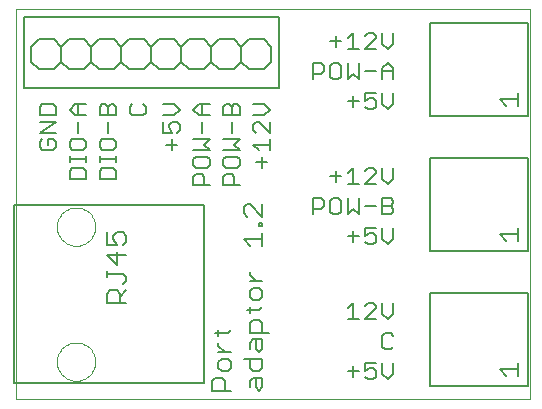
<source format=gto>
G75*
%MOIN*%
%OFA0B0*%
%FSLAX24Y24*%
%IPPOS*%
%LPD*%
%AMOC8*
5,1,8,0,0,1.08239X$1,22.5*
%
%ADD10C,0.0000*%
%ADD11C,0.0080*%
%ADD12C,0.0060*%
%ADD13C,0.0050*%
D10*
X000204Y000180D02*
X000204Y013176D01*
X017324Y013176D01*
X017324Y000180D01*
X000204Y000180D01*
X001564Y001430D02*
X001566Y001480D01*
X001572Y001530D01*
X001582Y001579D01*
X001595Y001628D01*
X001613Y001675D01*
X001634Y001721D01*
X001658Y001764D01*
X001686Y001806D01*
X001717Y001846D01*
X001751Y001883D01*
X001788Y001917D01*
X001828Y001948D01*
X001870Y001976D01*
X001913Y002000D01*
X001959Y002021D01*
X002006Y002039D01*
X002055Y002052D01*
X002104Y002062D01*
X002154Y002068D01*
X002204Y002070D01*
X002254Y002068D01*
X002304Y002062D01*
X002353Y002052D01*
X002402Y002039D01*
X002449Y002021D01*
X002495Y002000D01*
X002538Y001976D01*
X002580Y001948D01*
X002620Y001917D01*
X002657Y001883D01*
X002691Y001846D01*
X002722Y001806D01*
X002750Y001764D01*
X002774Y001721D01*
X002795Y001675D01*
X002813Y001628D01*
X002826Y001579D01*
X002836Y001530D01*
X002842Y001480D01*
X002844Y001430D01*
X002842Y001380D01*
X002836Y001330D01*
X002826Y001281D01*
X002813Y001232D01*
X002795Y001185D01*
X002774Y001139D01*
X002750Y001096D01*
X002722Y001054D01*
X002691Y001014D01*
X002657Y000977D01*
X002620Y000943D01*
X002580Y000912D01*
X002538Y000884D01*
X002495Y000860D01*
X002449Y000839D01*
X002402Y000821D01*
X002353Y000808D01*
X002304Y000798D01*
X002254Y000792D01*
X002204Y000790D01*
X002154Y000792D01*
X002104Y000798D01*
X002055Y000808D01*
X002006Y000821D01*
X001959Y000839D01*
X001913Y000860D01*
X001870Y000884D01*
X001828Y000912D01*
X001788Y000943D01*
X001751Y000977D01*
X001717Y001014D01*
X001686Y001054D01*
X001658Y001096D01*
X001634Y001139D01*
X001613Y001185D01*
X001595Y001232D01*
X001582Y001281D01*
X001572Y001330D01*
X001566Y001380D01*
X001564Y001430D01*
X001564Y005930D02*
X001566Y005980D01*
X001572Y006030D01*
X001582Y006079D01*
X001595Y006128D01*
X001613Y006175D01*
X001634Y006221D01*
X001658Y006264D01*
X001686Y006306D01*
X001717Y006346D01*
X001751Y006383D01*
X001788Y006417D01*
X001828Y006448D01*
X001870Y006476D01*
X001913Y006500D01*
X001959Y006521D01*
X002006Y006539D01*
X002055Y006552D01*
X002104Y006562D01*
X002154Y006568D01*
X002204Y006570D01*
X002254Y006568D01*
X002304Y006562D01*
X002353Y006552D01*
X002402Y006539D01*
X002449Y006521D01*
X002495Y006500D01*
X002538Y006476D01*
X002580Y006448D01*
X002620Y006417D01*
X002657Y006383D01*
X002691Y006346D01*
X002722Y006306D01*
X002750Y006264D01*
X002774Y006221D01*
X002795Y006175D01*
X002813Y006128D01*
X002826Y006079D01*
X002836Y006030D01*
X002842Y005980D01*
X002844Y005930D01*
X002842Y005880D01*
X002836Y005830D01*
X002826Y005781D01*
X002813Y005732D01*
X002795Y005685D01*
X002774Y005639D01*
X002750Y005596D01*
X002722Y005554D01*
X002691Y005514D01*
X002657Y005477D01*
X002620Y005443D01*
X002580Y005412D01*
X002538Y005384D01*
X002495Y005360D01*
X002449Y005339D01*
X002402Y005321D01*
X002353Y005308D01*
X002304Y005298D01*
X002254Y005292D01*
X002204Y005290D01*
X002154Y005292D01*
X002104Y005298D01*
X002055Y005308D01*
X002006Y005321D01*
X001959Y005339D01*
X001913Y005360D01*
X001870Y005384D01*
X001828Y005412D01*
X001788Y005443D01*
X001751Y005477D01*
X001717Y005514D01*
X001686Y005554D01*
X001658Y005596D01*
X001634Y005639D01*
X001613Y005685D01*
X001595Y005732D01*
X001582Y005781D01*
X001572Y005830D01*
X001566Y005880D01*
X001564Y005930D01*
D11*
X000140Y006643D02*
X006463Y006643D01*
X006463Y000717D01*
X000140Y000717D01*
X000140Y006643D01*
X001993Y007513D02*
X001993Y007788D01*
X002085Y007880D01*
X002452Y007880D01*
X002544Y007788D01*
X002544Y007513D01*
X001993Y007513D01*
X002993Y007513D02*
X002993Y007788D01*
X003085Y007880D01*
X003452Y007880D01*
X003544Y007788D01*
X003544Y007513D01*
X002993Y007513D01*
X002993Y008093D02*
X002993Y008277D01*
X002993Y008185D02*
X003544Y008185D01*
X003544Y008093D02*
X003544Y008277D01*
X003452Y008480D02*
X003085Y008480D01*
X002993Y008572D01*
X002993Y008755D01*
X003085Y008847D01*
X003452Y008847D01*
X003544Y008755D01*
X003544Y008572D01*
X003452Y008480D01*
X002544Y008572D02*
X002544Y008755D01*
X002452Y008847D01*
X002085Y008847D01*
X001993Y008755D01*
X001993Y008572D01*
X002085Y008480D01*
X002452Y008480D01*
X002544Y008572D01*
X002544Y008277D02*
X002544Y008093D01*
X002544Y008185D02*
X001993Y008185D01*
X001993Y008093D02*
X001993Y008277D01*
X001544Y008572D02*
X001544Y008755D01*
X001452Y008847D01*
X001269Y008847D01*
X001269Y008663D01*
X001452Y008480D02*
X001085Y008480D01*
X000993Y008572D01*
X000993Y008755D01*
X001085Y008847D01*
X000993Y009060D02*
X001544Y009427D01*
X000993Y009427D01*
X000993Y009640D02*
X000993Y009915D01*
X001085Y010007D01*
X001452Y010007D01*
X001544Y009915D01*
X001544Y009640D01*
X000993Y009640D01*
X001993Y009823D02*
X002177Y010007D01*
X002544Y010007D01*
X002269Y010007D02*
X002269Y009640D01*
X002177Y009640D02*
X001993Y009823D01*
X002177Y009640D02*
X002544Y009640D01*
X002269Y009427D02*
X002269Y009060D01*
X001544Y009060D02*
X000993Y009060D01*
X001544Y008572D02*
X001452Y008480D01*
X003269Y009060D02*
X003269Y009427D01*
X003269Y009640D02*
X003269Y009915D01*
X003360Y010007D01*
X003452Y010007D01*
X003544Y009915D01*
X003544Y009640D01*
X002993Y009640D01*
X002993Y009915D01*
X003085Y010007D01*
X003177Y010007D01*
X003269Y009915D01*
X003993Y009915D02*
X003993Y009732D01*
X004085Y009640D01*
X004452Y009640D01*
X004544Y009732D01*
X004544Y009915D01*
X004452Y010007D01*
X004085Y010007D02*
X003993Y009915D01*
X005118Y010007D02*
X005485Y010007D01*
X005669Y009823D01*
X005485Y009640D01*
X005118Y009640D01*
X005118Y009427D02*
X005118Y009060D01*
X005394Y009060D01*
X005302Y009243D01*
X005302Y009335D01*
X005394Y009427D01*
X005577Y009427D01*
X005669Y009335D01*
X005669Y009152D01*
X005577Y009060D01*
X005394Y008847D02*
X005394Y008480D01*
X005577Y008663D02*
X005210Y008663D01*
X006118Y008480D02*
X006669Y008480D01*
X006485Y008663D01*
X006669Y008847D01*
X006118Y008847D01*
X006394Y009060D02*
X006394Y009427D01*
X006394Y009640D02*
X006394Y010007D01*
X006302Y010007D02*
X006669Y010007D01*
X006302Y010007D02*
X006118Y009823D01*
X006302Y009640D01*
X006669Y009640D01*
X007118Y009640D02*
X007118Y009915D01*
X007210Y010007D01*
X007302Y010007D01*
X007394Y009915D01*
X007394Y009640D01*
X007394Y009427D02*
X007394Y009060D01*
X008118Y009152D02*
X008210Y009060D01*
X008118Y009152D02*
X008118Y009335D01*
X008210Y009427D01*
X008302Y009427D01*
X008669Y009060D01*
X008669Y009427D01*
X008485Y009640D02*
X008669Y009823D01*
X008485Y010007D01*
X008118Y010007D01*
X007669Y009915D02*
X007669Y009640D01*
X007118Y009640D01*
X007394Y009915D02*
X007485Y010007D01*
X007577Y010007D01*
X007669Y009915D01*
X008118Y009640D02*
X008485Y009640D01*
X008669Y008847D02*
X008669Y008480D01*
X008669Y008663D02*
X008118Y008663D01*
X008302Y008480D01*
X008394Y008267D02*
X008394Y007900D01*
X008577Y008083D02*
X008210Y008083D01*
X007669Y007992D02*
X007577Y007900D01*
X007210Y007900D01*
X007118Y007992D01*
X007118Y008175D01*
X007210Y008267D01*
X007577Y008267D01*
X007669Y008175D01*
X007669Y007992D01*
X007394Y007687D02*
X007210Y007687D01*
X007118Y007595D01*
X007118Y007320D01*
X007669Y007320D01*
X007485Y007320D02*
X007485Y007595D01*
X007394Y007687D01*
X006669Y007992D02*
X006669Y008175D01*
X006577Y008267D01*
X006210Y008267D01*
X006118Y008175D01*
X006118Y007992D01*
X006210Y007900D01*
X006577Y007900D01*
X006669Y007992D01*
X006394Y007687D02*
X006485Y007595D01*
X006485Y007320D01*
X006669Y007320D02*
X006118Y007320D01*
X006118Y007595D01*
X006210Y007687D01*
X006394Y007687D01*
X007118Y008480D02*
X007669Y008480D01*
X007485Y008663D01*
X007669Y008847D01*
X007118Y008847D01*
X010674Y007615D02*
X011041Y007615D01*
X011254Y007707D02*
X011437Y007890D01*
X011437Y007340D01*
X011254Y007340D02*
X011621Y007340D01*
X011834Y007340D02*
X012201Y007707D01*
X012201Y007799D01*
X012109Y007890D01*
X011925Y007890D01*
X011834Y007799D01*
X012414Y007890D02*
X012414Y007524D01*
X012597Y007340D01*
X012781Y007524D01*
X012781Y007890D01*
X013996Y008231D02*
X013996Y005129D01*
X017259Y005129D01*
X017259Y008231D01*
X013996Y008231D01*
X012201Y007340D02*
X011834Y007340D01*
X010857Y007432D02*
X010857Y007799D01*
X010765Y006890D02*
X010674Y006799D01*
X010674Y006432D01*
X010765Y006340D01*
X010949Y006340D01*
X011041Y006432D01*
X011041Y006799D01*
X010949Y006890D01*
X010765Y006890D01*
X010461Y006799D02*
X010461Y006615D01*
X010369Y006524D01*
X010094Y006524D01*
X010094Y006340D02*
X010094Y006890D01*
X010369Y006890D01*
X010461Y006799D01*
X011254Y006890D02*
X011254Y006340D01*
X011437Y006524D01*
X011621Y006340D01*
X011621Y006890D01*
X011834Y006615D02*
X012201Y006615D01*
X012414Y006615D02*
X012689Y006615D01*
X012781Y006524D01*
X012781Y006432D01*
X012689Y006340D01*
X012414Y006340D01*
X012414Y006890D01*
X012689Y006890D01*
X012781Y006799D01*
X012781Y006707D01*
X012689Y006615D01*
X012781Y005890D02*
X012781Y005524D01*
X012597Y005340D01*
X012414Y005524D01*
X012414Y005890D01*
X012201Y005890D02*
X011834Y005890D01*
X011834Y005615D01*
X012017Y005707D01*
X012109Y005707D01*
X012201Y005615D01*
X012201Y005432D01*
X012109Y005340D01*
X011925Y005340D01*
X011834Y005432D01*
X011621Y005615D02*
X011254Y005615D01*
X011437Y005432D02*
X011437Y005799D01*
X008414Y005718D02*
X008414Y005304D01*
X008000Y005304D02*
X007793Y005511D01*
X008414Y005511D01*
X008414Y005949D02*
X008414Y006052D01*
X008310Y006052D01*
X008310Y005949D01*
X008414Y005949D01*
X008414Y006271D02*
X008000Y006685D01*
X007897Y006685D01*
X007793Y006581D01*
X007793Y006374D01*
X007897Y006271D01*
X008414Y006271D02*
X008414Y006685D01*
X008000Y004433D02*
X008000Y004329D01*
X008207Y004122D01*
X008414Y004122D02*
X008000Y004122D01*
X008104Y003892D02*
X008000Y003788D01*
X008000Y003581D01*
X008104Y003478D01*
X008310Y003478D01*
X008414Y003581D01*
X008414Y003788D01*
X008310Y003892D01*
X008104Y003892D01*
X008000Y003255D02*
X008000Y003048D01*
X007897Y003152D02*
X008310Y003152D01*
X008414Y003255D01*
X008310Y002817D02*
X008104Y002817D01*
X008000Y002714D01*
X008000Y002404D01*
X008621Y002404D01*
X008414Y002404D02*
X008414Y002714D01*
X008310Y002817D01*
X007364Y002503D02*
X007260Y002400D01*
X006847Y002400D01*
X006950Y002503D02*
X006950Y002296D01*
X006950Y002069D02*
X006950Y001966D01*
X007157Y001759D01*
X007364Y001759D02*
X006950Y001759D01*
X007054Y001528D02*
X006950Y001425D01*
X006950Y001218D01*
X007054Y001115D01*
X007260Y001115D01*
X007364Y001218D01*
X007364Y001425D01*
X007260Y001528D01*
X007054Y001528D01*
X007793Y001528D02*
X008414Y001528D01*
X008414Y001218D01*
X008310Y001115D01*
X008104Y001115D01*
X008000Y001218D01*
X008000Y001528D01*
X008000Y001863D02*
X008000Y002069D01*
X008104Y002173D01*
X008414Y002173D01*
X008414Y001863D01*
X008310Y001759D01*
X008207Y001863D01*
X008207Y002173D01*
X011254Y002840D02*
X011621Y002840D01*
X011437Y002840D02*
X011437Y003390D01*
X011254Y003207D01*
X011834Y003299D02*
X011925Y003390D01*
X012109Y003390D01*
X012201Y003299D01*
X012201Y003207D01*
X011834Y002840D01*
X012201Y002840D01*
X012414Y003024D02*
X012597Y002840D01*
X012781Y003024D01*
X012781Y003390D01*
X012414Y003390D02*
X012414Y003024D01*
X012505Y002390D02*
X012414Y002299D01*
X012414Y001932D01*
X012505Y001840D01*
X012689Y001840D01*
X012781Y001932D01*
X012781Y002299D02*
X012689Y002390D01*
X012505Y002390D01*
X012414Y001390D02*
X012414Y001024D01*
X012597Y000840D01*
X012781Y001024D01*
X012781Y001390D01*
X012201Y001390D02*
X011834Y001390D01*
X011834Y001115D01*
X012017Y001207D01*
X012109Y001207D01*
X012201Y001115D01*
X012201Y000932D01*
X012109Y000840D01*
X011925Y000840D01*
X011834Y000932D01*
X011437Y000932D02*
X011437Y001299D01*
X011254Y001115D02*
X011621Y001115D01*
X013996Y000629D02*
X017259Y000629D01*
X017259Y003731D01*
X013996Y003731D01*
X013996Y000629D01*
X008414Y000573D02*
X008310Y000470D01*
X008207Y000573D01*
X008207Y000884D01*
X008104Y000884D02*
X008414Y000884D01*
X008414Y000573D01*
X008000Y000573D02*
X008000Y000780D01*
X008104Y000884D01*
X007157Y000780D02*
X007157Y000470D01*
X007364Y000470D02*
X006743Y000470D01*
X006743Y000780D01*
X006847Y000884D01*
X007054Y000884D01*
X007157Y000780D01*
X013996Y009629D02*
X017259Y009629D01*
X017259Y012731D01*
X013996Y012731D01*
X013996Y009629D01*
X012781Y010024D02*
X012781Y010390D01*
X012414Y010390D02*
X012414Y010024D01*
X012597Y009840D01*
X012781Y010024D01*
X012201Y010115D02*
X012109Y010207D01*
X012017Y010207D01*
X011834Y010115D01*
X011834Y010390D01*
X012201Y010390D01*
X011437Y010299D02*
X011437Y009932D01*
X011254Y010115D02*
X011621Y010115D01*
X011834Y009932D02*
X011925Y009840D01*
X012109Y009840D01*
X012201Y009932D01*
X012201Y010115D01*
X012414Y010840D02*
X012414Y011207D01*
X012597Y011390D01*
X012781Y011207D01*
X012781Y010840D01*
X012781Y011115D02*
X012414Y011115D01*
X012201Y011115D02*
X011834Y011115D01*
X011621Y010840D02*
X011437Y011024D01*
X011254Y010840D01*
X011254Y011390D01*
X011041Y011299D02*
X010949Y011390D01*
X010765Y011390D01*
X010674Y011299D01*
X010674Y010932D01*
X010765Y010840D01*
X010949Y010840D01*
X011041Y010932D01*
X011041Y011299D01*
X011621Y011390D02*
X011621Y010840D01*
X010461Y011115D02*
X010369Y011024D01*
X010094Y011024D01*
X010461Y011115D02*
X010461Y011299D01*
X010369Y011390D01*
X010094Y011390D01*
X010094Y010840D01*
X008954Y010555D02*
X000454Y010555D01*
X000454Y012930D01*
X008954Y012930D01*
X008954Y010555D01*
X010857Y011932D02*
X010857Y012299D01*
X010674Y012115D02*
X011041Y012115D01*
X011254Y012207D02*
X011437Y012390D01*
X011437Y011840D01*
X011254Y011840D02*
X011621Y011840D01*
X011834Y011840D02*
X012201Y012207D01*
X012201Y012299D01*
X012109Y012390D01*
X011925Y012390D01*
X011834Y012299D01*
X012414Y012390D02*
X012414Y012024D01*
X012597Y011840D01*
X012781Y012024D01*
X012781Y012390D01*
X012201Y011840D02*
X011834Y011840D01*
D12*
X008704Y011930D02*
X008704Y011430D01*
X008454Y011180D01*
X007954Y011180D01*
X007704Y011430D01*
X007454Y011180D01*
X006954Y011180D01*
X006704Y011430D01*
X006454Y011180D01*
X005954Y011180D01*
X005704Y011430D01*
X005454Y011180D01*
X004954Y011180D01*
X004704Y011430D01*
X004454Y011180D01*
X003954Y011180D01*
X003704Y011430D01*
X003454Y011180D01*
X002954Y011180D01*
X002704Y011430D01*
X002454Y011180D01*
X001954Y011180D01*
X001704Y011430D01*
X001454Y011180D01*
X000954Y011180D01*
X000704Y011430D01*
X000704Y011930D01*
X000954Y012180D01*
X001454Y012180D01*
X001704Y011930D01*
X001954Y012180D01*
X002454Y012180D01*
X002704Y011930D01*
X002704Y011430D01*
X001704Y011430D02*
X001704Y011930D01*
X002704Y011930D02*
X002954Y012180D01*
X003454Y012180D01*
X003704Y011930D01*
X003954Y012180D01*
X004454Y012180D01*
X004704Y011930D01*
X004954Y012180D01*
X005454Y012180D01*
X005704Y011930D01*
X005704Y011430D01*
X004704Y011430D02*
X004704Y011930D01*
X005704Y011930D02*
X005954Y012180D01*
X006454Y012180D01*
X006704Y011930D01*
X006954Y012180D01*
X007454Y012180D01*
X007704Y011930D01*
X007954Y012180D01*
X008454Y012180D01*
X008704Y011930D01*
X007704Y011930D02*
X007704Y011430D01*
X006704Y011430D02*
X006704Y011930D01*
X003704Y011930D02*
X003704Y011430D01*
X003767Y005742D02*
X003554Y005742D01*
X003447Y005636D01*
X003447Y005529D01*
X003554Y005315D01*
X003233Y005315D01*
X003233Y005742D01*
X003767Y005742D02*
X003874Y005636D01*
X003874Y005422D01*
X003767Y005315D01*
X003554Y005098D02*
X003554Y004671D01*
X003233Y004991D01*
X003874Y004991D01*
X003233Y004453D02*
X003233Y004240D01*
X003233Y004347D02*
X003767Y004347D01*
X003874Y004240D01*
X003874Y004133D01*
X003767Y004026D01*
X003874Y003809D02*
X003660Y003595D01*
X003660Y003702D02*
X003660Y003382D01*
X003874Y003382D02*
X003233Y003382D01*
X003233Y003702D01*
X003340Y003809D01*
X003554Y003809D01*
X003660Y003702D01*
D13*
X016330Y005674D02*
X016534Y005471D01*
X016941Y005471D02*
X016941Y005878D01*
X016941Y005674D02*
X016330Y005674D01*
X016534Y009971D02*
X016330Y010174D01*
X016941Y010174D01*
X016941Y009971D02*
X016941Y010378D01*
X016941Y001378D02*
X016941Y000971D01*
X016941Y001174D02*
X016330Y001174D01*
X016534Y000971D01*
M02*

</source>
